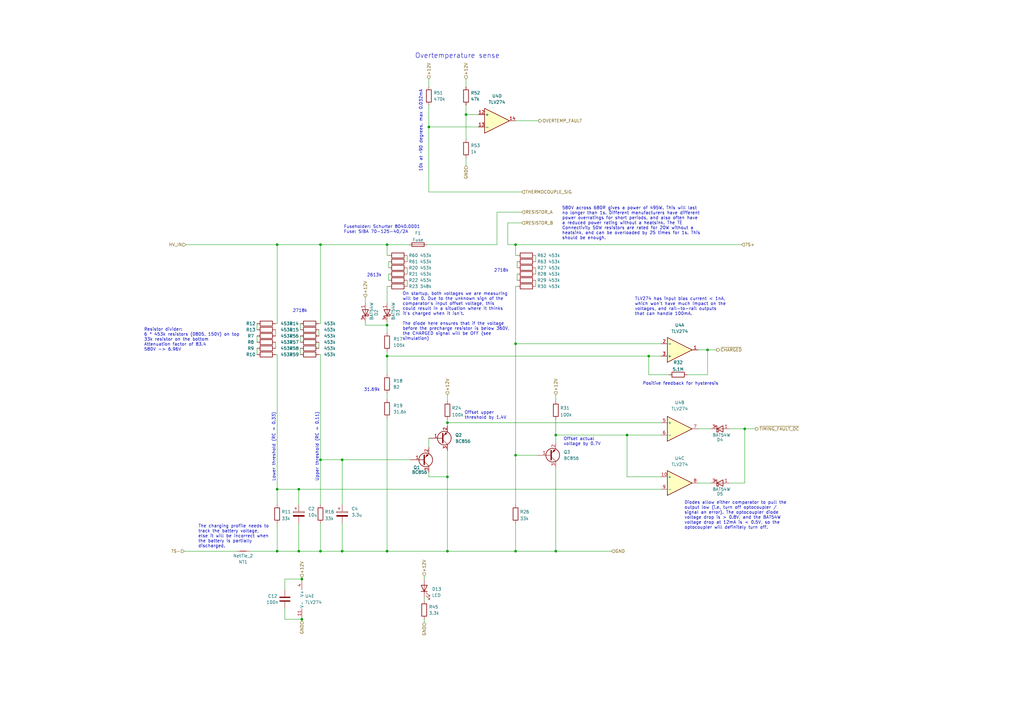
<source format=kicad_sch>
(kicad_sch (version 20211123) (generator eeschema)
  (paper "A3")
  (title_block (title "Precharge HV Side"))
  (lib_symbols
    (symbol "Amplifier_Operational:TLC274" (pin_names (offset 0.127))
      (property "Reference" "U" (at 0 5.08 0))
      (property "Value" "TLC274" (at 0 -5.08 0))
      (symbol "TLC274_1_1"
        (polyline (pts (xy -5.08 5.08) (xy 5.08 0) (xy -5.08 -5.08) (xy -5.08 5.08)) (stroke (width 0.254)) (fill (type background)))
        (pin output line (at 7.62 0 180) (length 2.54) (name "~") (number "1"))
        (pin input line (at -7.62 -2.54 0) (length 2.54) (name "-") (number "2"))
        (pin input line (at -7.62 2.54 0) (length 2.54) (name "+") (number "3"))
      )
      (symbol "TLC274_2_1"
        (polyline (pts (xy -5.08 5.08) (xy 5.08 0) (xy -5.08 -5.08) (xy -5.08 5.08)) (stroke (width 0.254)) (fill (type background)))
        (pin input line (at -7.62 2.54 0) (length 2.54) (name "+") (number "5"))
        (pin input line (at -7.62 -2.54 0) (length 2.54) (name "-") (number "6"))
        (pin output line (at 7.62 0 180) (length 2.54) (name "~") (number "7"))
      )
      (symbol "TLC274_3_1"
        (polyline (pts (xy -5.08 5.08) (xy 5.08 0) (xy -5.08 -5.08) (xy -5.08 5.08)) (stroke (width 0.254)) (fill (type background)))
        (pin input line (at -7.62 2.54 0) (length 2.54) (name "+") (number "10"))
        (pin output line (at 7.62 0 180) (length 2.54) (name "~") (number "8"))
        (pin input line (at -7.62 -2.54 0) (length 2.54) (name "-") (number "9"))
      )
      (symbol "TLC274_4_1"
        (polyline (pts (xy -5.08 5.08) (xy 5.08 0) (xy -5.08 -5.08) (xy -5.08 5.08)) (stroke (width 0.254)) (fill (type background)))
        (pin input line (at -7.62 2.54 0) (length 2.54) (name "+") (number "12"))
        (pin input line (at -7.62 -2.54 0) (length 2.54) (name "-") (number "13"))
        (pin output line (at 7.62 0 180) (length 2.54) (name "~") (number "14"))
      )
      (symbol "TLC274_5_1"
        (pin power_in line (at -2.54 -7.62 90) (length 3.81) (name "V-") (number "11"))
        (pin power_in line (at -2.54 7.62 270) (length 3.81) (name "V+") (number "4"))
      )
    )
    (symbol "Device:C" (pin_numbers hide) (pin_names (offset 0.254))
      (property "Reference" "C" (at 0.635 2.54 0))
      (property "Value" "C" (at 0.635 -2.54 0))
      (symbol "C_0_1"
        (polyline (pts (xy -2.032 -0.762) (xy 2.032 -0.762)) (stroke (width 0.508)))
        (polyline (pts (xy -2.032 0.762) (xy 2.032 0.762)) (stroke (width 0.508)))
      )
      (symbol "C_1_1"
        (pin passive line (at 0 3.81 270) (length 2.794) (name "~") (number "1"))
        (pin passive line (at 0 -3.81 90) (length 2.794) (name "~") (number "2"))
      )
    )
    (symbol "Device:C_Polarized" (pin_numbers hide) (pin_names (offset 0.254))
      (property "Reference" "C" (at 0.635 2.54 0))
      (property "Value" "C_Polarized" (at 0.635 -2.54 0))
      (symbol "C_Polarized_0_1"
        (rectangle (start -2.286 0.508) (end 2.286 1.016))
        (polyline (pts (xy -1.778 2.286) (xy -0.762 2.286)))
        (polyline (pts (xy -1.27 2.794) (xy -1.27 1.778)))
        (rectangle (start 2.286 -0.508) (end -2.286 -1.016) (fill (type outline)))
      )
      (symbol "C_Polarized_1_1"
        (pin passive line (at 0 3.81 270) (length 2.794) (name "~") (number "1"))
        (pin passive line (at 0 -3.81 90) (length 2.794) (name "~") (number "2"))
      )
    )
    (symbol "Device:Fuse" (pin_numbers hide) (pin_names (offset 0))
      (property "Reference" "F" (at 2.032 0 90))
      (property "Value" "Fuse" (at -1.905 0 90))
      (symbol "Fuse_0_1"
        (rectangle (start -0.762 -2.54) (end 0.762 2.54) (stroke (width 0.254)))
        (polyline (pts (xy 0 2.54) (xy 0 -2.54)))
      )
      (symbol "Fuse_1_1"
        (pin passive line (at 0 3.81 270) (length 1.27) (name "~") (number "1"))
        (pin passive line (at 0 -3.81 90) (length 1.27) (name "~") (number "2"))
      )
    )
    (symbol "Device:LED" (pin_numbers hide) (pin_names (offset 1.016) hide)
      (property "Reference" "D" (at 0 2.54 0))
      (property "Value" "LED" (at 0 -2.54 0))
      (symbol "LED_0_1"
        (polyline (pts (xy -1.27 -1.27) (xy -1.27 1.27)) (stroke (width 0.254)))
        (polyline (pts (xy -1.27 0) (xy 1.27 0)))
        (polyline (pts (xy 1.27 -1.27) (xy 1.27 1.27) (xy -1.27 0) (xy 1.27 -1.27)) (stroke (width 0.254)))
        (polyline (pts (xy -3.048 -0.762) (xy -4.572 -2.286) (xy -3.81 -2.286) (xy -4.572 -2.286) (xy -4.572 -1.524)))
        (polyline (pts (xy -1.778 -0.762) (xy -3.302 -2.286) (xy -2.54 -2.286) (xy -3.302 -2.286) (xy -3.302 -1.524)))
      )
      (symbol "LED_1_1"
        (pin passive line (at -3.81 0 0) (length 2.54) (name "K") (number "1"))
        (pin passive line (at 3.81 0 180) (length 2.54) (name "A") (number "2"))
      )
    )
    (symbol "Device:NetTie_2" (pin_numbers hide) (pin_names (offset 0) hide)
      (property "Reference" "NT" (at 0 1.27 0))
      (property "Value" "NetTie_2" (at 0 -1.27 0))
      (symbol "NetTie_2_0_1"
        (polyline (pts (xy -1.27 0) (xy 1.27 0)) (stroke (width 0.254)))
      )
      (symbol "NetTie_2_1_1"
        (pin passive line (at -2.54 0 0) (length 2.54) (name "1") (number "1"))
        (pin passive line (at 2.54 0 180) (length 2.54) (name "2") (number "2"))
      )
    )
    (symbol "Device:R" (pin_numbers hide) (pin_names (offset 0))
      (property "Reference" "R" (at 2.032 0 90))
      (property "Value" "R" (at 0 0 90))
      (symbol "R_0_1"
        (rectangle (start -1.016 -2.54) (end 1.016 2.54) (stroke (width 0.254)))
      )
      (symbol "R_1_1"
        (pin passive line (at 0 3.81 270) (length 1.27) (name "~") (number "1"))
        (pin passive line (at 0 -3.81 90) (length 1.27) (name "~") (number "2"))
      )
    )
    (symbol "Diode:BAT54W" (pin_names (offset 1.016) hide)
      (property "Reference" "D" (at 0 2.54 0))
      (property "Value" "BAT54W" (at 0 -2.54 0))
      (symbol "BAT54W_0_1"
        (polyline (pts (xy 1.27 0) (xy -1.27 0)))
        (polyline (pts (xy 1.27 1.27) (xy 1.27 -1.27) (xy -1.27 0) (xy 1.27 1.27)) (stroke (width 0.254)))
        (polyline (pts (xy -1.905 0.635) (xy -1.905 1.27) (xy -1.27 1.27) (xy -1.27 -1.27) (xy -0.635 -1.27) (xy -0.635 -0.635)) (stroke (width 0.254)))
      )
      (symbol "BAT54W_1_1"
        (pin passive line (at 3.81 0 180) (length 2.54) (name "A") (number "1"))
        (pin no_connect line (at 0 0 90) (length 2.54) hide (name "NC") (number "2"))
        (pin passive line (at -3.81 0 0) (length 2.54) (name "K") (number "3"))
      )
    )
    (symbol "Transistor_BJT:BC856" (pin_names (offset 0) hide)
      (property "Reference" "Q" (at 5.08 1.905 0))
      (property "Value" "BC856" (at 5.08 0 0))
      (symbol "BC856_0_1"
        (polyline (pts (xy 0.635 0.635) (xy 2.54 2.54)))
        (polyline (pts (xy 0.635 -0.635) (xy 2.54 -2.54) (xy 2.54 -2.54)))
        (polyline (pts (xy 0.635 1.905) (xy 0.635 -1.905) (xy 0.635 -1.905)) (stroke (width 0.508)))
        (polyline (pts (xy 2.286 -1.778) (xy 1.778 -2.286) (xy 1.27 -1.27) (xy 2.286 -1.778) (xy 2.286 -1.778)) (fill (type outline)))
        (circle (center 1.27 0) (radius 2.8194) (stroke (width 0.254)))
      )
      (symbol "BC856_1_1"
        (pin input line (at -5.08 0 0) (length 5.715) (name "B") (number "1"))
        (pin passive line (at 2.54 -5.08 90) (length 2.54) (name "E") (number "2"))
        (pin passive line (at 2.54 5.08 270) (length 2.54) (name "C") (number "3"))
      )
    )
  )
  (junction (at 266.065 146.05))
  (junction (at 158.75 100.33))
  (junction (at 131.445 188.595))
  (junction (at 131.445 100.33))
  (junction (at 175.895 52.07))
  (junction (at 113.665 200.66))
  (junction (at 211.455 226.06))
  (junction (at 183.515 226.06))
  (junction (at 140.335 188.595))
  (junction (at 140.335 226.06))
  (junction (at 158.75 226.06))
  (junction (at 123.825 237.49))
  (junction (at 122.555 200.66))
  (junction (at 158.75 146.05))
  (junction (at 122.555 226.06))
  (junction (at 211.455 100.33))
  (junction (at 183.515 173.355))
  (junction (at 183.515 195.58))
  (junction (at 290.195 143.51))
  (junction (at 113.665 100.33))
  (junction (at 211.455 186.69))
  (junction (at 227.965 178.435))
  (junction (at 113.665 226.06))
  (junction (at 211.455 140.97))
  (junction (at 305.435 175.895))
  (junction (at 227.965 226.06))
  (junction (at 191.135 46.99))
  (junction (at 257.175 178.435))
  (junction (at 123.825 254))
  (junction (at 131.445 226.06))
  (junction (at 158.75 133.35))
  (wire (pts (xy 122.555 200.66) (xy 122.555 207.01)))
  (wire (pts (xy 305.435 175.895) (xy 305.435 198.12)))
  (wire (pts (xy 191.135 43.18) (xy 191.135 46.99)))
  (wire (pts (xy 113.665 145.415) (xy 113.665 200.66)))
  (wire (pts (xy 116.84 237.49) (xy 123.825 237.49)))
  (wire (pts (xy 158.75 146.05) (xy 158.75 153.67)))
  (wire (pts (xy 123.19 142.875) (xy 123.19 145.415)))
  (wire (pts (xy 257.175 178.435) (xy 271.145 178.435)))
  (wire (pts (xy 123.825 236.855) (xy 123.825 237.49)))
  (wire (pts (xy 105.41 142.875) (xy 105.41 145.415)))
  (wire (pts (xy 227.965 226.06) (xy 250.825 226.06)))
  (wire (pts (xy 175.895 78.74) (xy 213.995 78.74)))
  (wire (pts (xy 116.84 249.555) (xy 116.84 254)))
  (wire (pts (xy 183.515 172.085) (xy 183.515 173.355)))
  (wire (pts (xy 149.86 133.35) (xy 158.75 133.35)))
  (wire (pts (xy 211.455 49.53) (xy 220.98 49.53)))
  (wire (pts (xy 173.99 236.22) (xy 173.99 237.49)))
  (wire (pts (xy 113.665 200.66) (xy 113.665 207.01)))
  (wire (pts (xy 149.86 121.92) (xy 149.86 124.46)))
  (wire (pts (xy 116.84 241.935) (xy 116.84 237.49)))
  (wire (pts (xy 140.335 188.595) (xy 168.275 188.595)))
  (wire (pts (xy 158.75 146.05) (xy 266.065 146.05)))
  (wire (pts (xy 211.455 186.69) (xy 220.345 186.69)))
  (wire (pts (xy 274.32 153.67) (xy 266.065 153.67)))
  (wire (pts (xy 191.135 64.77) (xy 191.135 67.945)))
  (wire (pts (xy 211.455 104.775) (xy 212.09 104.775)))
  (wire (pts (xy 183.515 195.58) (xy 183.515 226.06)))
  (wire (pts (xy 158.75 133.35) (xy 158.75 136.525)))
  (wire (pts (xy 211.455 226.06) (xy 227.965 226.06)))
  (wire (pts (xy 227.965 172.085) (xy 227.965 178.435)))
  (wire (pts (xy 158.75 144.145) (xy 158.75 146.05)))
  (wire (pts (xy 173.99 245.11) (xy 173.99 246.38)))
  (wire (pts (xy 219.71 109.855) (xy 219.71 112.395)))
  (wire (pts (xy 105.41 137.795) (xy 105.41 140.335)))
  (wire (pts (xy 123.825 253.365) (xy 123.825 254)))
  (wire (pts (xy 175.26 100.33) (xy 203.835 100.33)))
  (wire (pts (xy 175.895 43.18) (xy 175.895 52.07)))
  (wire (pts (xy 211.455 117.475) (xy 212.09 117.475)))
  (wire (pts (xy 290.195 153.67) (xy 290.195 143.51)))
  (wire (pts (xy 122.555 226.06) (xy 131.445 226.06)))
  (wire (pts (xy 299.085 175.895) (xy 305.435 175.895)))
  (wire (pts (xy 158.75 104.775) (xy 159.385 104.775)))
  (wire (pts (xy 113.03 132.715) (xy 113.665 132.715)))
  (wire (pts (xy 159.385 112.395) (xy 159.385 114.935)))
  (wire (pts (xy 175.895 52.07) (xy 175.895 78.74)))
  (wire (pts (xy 309.88 175.895) (xy 305.435 175.895)))
  (wire (pts (xy 131.445 226.06) (xy 140.335 226.06)))
  (wire (pts (xy 131.445 100.33) (xy 158.75 100.33)))
  (wire (pts (xy 131.445 145.415) (xy 131.445 188.595)))
  (wire (pts (xy 113.665 200.66) (xy 122.555 200.66)))
  (wire (pts (xy 173.99 254) (xy 173.99 255.27)))
  (wire (pts (xy 271.145 195.58) (xy 257.175 195.58)))
  (wire (pts (xy 219.71 104.775) (xy 219.71 107.315)))
  (wire (pts (xy 158.75 161.29) (xy 158.75 163.83)))
  (wire (pts (xy 167.005 104.775) (xy 167.005 107.315)))
  (wire (pts (xy 158.75 132.08) (xy 158.75 133.35)))
  (wire (pts (xy 131.445 188.595) (xy 131.445 207.01)))
  (wire (pts (xy 286.385 143.51) (xy 290.195 143.51)))
  (wire (pts (xy 211.455 100.33) (xy 304.165 100.33)))
  (wire (pts (xy 211.455 100.33) (xy 211.455 104.775)))
  (wire (pts (xy 130.81 135.255) (xy 130.81 137.795)))
  (wire (pts (xy 113.665 100.33) (xy 113.665 132.715)))
  (wire (pts (xy 158.75 117.475) (xy 159.385 117.475)))
  (wire (pts (xy 75.565 226.06) (xy 97.155 226.06)))
  (wire (pts (xy 123.19 137.795) (xy 123.19 140.335)))
  (wire (pts (xy 131.445 145.415) (xy 130.81 145.415)))
  (wire (pts (xy 167.005 109.855) (xy 167.005 112.395)))
  (wire (pts (xy 113.665 226.06) (xy 122.555 226.06)))
  (wire (pts (xy 183.515 195.58) (xy 175.895 195.58)))
  (wire (pts (xy 167.005 114.935) (xy 167.005 117.475)))
  (wire (pts (xy 140.335 214.63) (xy 140.335 226.06)))
  (wire (pts (xy 191.135 46.99) (xy 191.135 57.15)))
  (wire (pts (xy 281.94 153.67) (xy 290.195 153.67)))
  (wire (pts (xy 227.965 191.77) (xy 227.965 226.06)))
  (wire (pts (xy 257.175 178.435) (xy 257.175 195.58)))
  (wire (pts (xy 227.965 178.435) (xy 257.175 178.435)))
  (wire (pts (xy 175.895 193.675) (xy 175.895 195.58)))
  (wire (pts (xy 158.75 100.33) (xy 167.64 100.33)))
  (wire (pts (xy 227.965 178.435) (xy 227.965 181.61)))
  (wire (pts (xy 191.135 32.385) (xy 191.135 35.56)))
  (wire (pts (xy 183.515 173.355) (xy 271.145 173.355)))
  (wire (pts (xy 140.335 226.06) (xy 158.75 226.06)))
  (wire (pts (xy 131.445 188.595) (xy 140.335 188.595)))
  (wire (pts (xy 113.03 140.335) (xy 113.03 142.875)))
  (wire (pts (xy 213.995 86.995) (xy 203.835 86.995)))
  (wire (pts (xy 158.75 100.33) (xy 158.75 104.775)))
  (wire (pts (xy 113.665 214.63) (xy 113.665 226.06)))
  (wire (pts (xy 299.085 198.12) (xy 305.435 198.12)))
  (wire (pts (xy 211.455 117.475) (xy 211.455 140.97)))
  (wire (pts (xy 183.515 161.925) (xy 183.515 164.465)))
  (wire (pts (xy 113.03 135.255) (xy 113.03 137.795)))
  (wire (pts (xy 203.835 86.995) (xy 203.835 100.33)))
  (wire (pts (xy 208.28 91.44) (xy 208.28 100.33)))
  (wire (pts (xy 113.665 145.415) (xy 113.03 145.415)))
  (wire (pts (xy 131.445 100.33) (xy 131.445 132.715)))
  (wire (pts (xy 122.555 200.66) (xy 271.145 200.66)))
  (wire (pts (xy 130.81 132.715) (xy 131.445 132.715)))
  (wire (pts (xy 286.385 198.12) (xy 291.465 198.12)))
  (wire (pts (xy 211.455 214.63) (xy 211.455 226.06)))
  (wire (pts (xy 76.2 100.33) (xy 113.665 100.33)))
  (wire (pts (xy 175.895 179.705) (xy 175.895 183.515)))
  (wire (pts (xy 105.41 132.715) (xy 105.41 135.255)))
  (wire (pts (xy 212.09 112.395) (xy 212.09 114.935)))
  (wire (pts (xy 266.065 146.05) (xy 271.145 146.05)))
  (wire (pts (xy 183.515 173.355) (xy 183.515 174.625)))
  (wire (pts (xy 196.215 52.07) (xy 175.895 52.07)))
  (wire (pts (xy 159.385 107.315) (xy 159.385 109.855)))
  (wire (pts (xy 140.335 188.595) (xy 140.335 207.01)))
  (wire (pts (xy 211.455 186.69) (xy 211.455 207.01)))
  (wire (pts (xy 149.86 132.08) (xy 149.86 133.35)))
  (wire (pts (xy 219.71 114.935) (xy 219.71 117.475)))
  (wire (pts (xy 113.665 100.33) (xy 131.445 100.33)))
  (wire (pts (xy 286.385 175.895) (xy 291.465 175.895)))
  (wire (pts (xy 123.825 237.49) (xy 123.825 238.125)))
  (wire (pts (xy 183.515 226.06) (xy 158.75 226.06)))
  (wire (pts (xy 266.065 153.67) (xy 266.065 146.05)))
  (wire (pts (xy 290.195 143.51) (xy 294.005 143.51)))
  (wire (pts (xy 211.455 140.97) (xy 271.145 140.97)))
  (wire (pts (xy 191.135 46.99) (xy 196.215 46.99)))
  (wire (pts (xy 130.81 140.335) (xy 130.81 142.875)))
  (wire (pts (xy 213.995 91.44) (xy 208.28 91.44)))
  (wire (pts (xy 211.455 140.97) (xy 211.455 186.69)))
  (wire (pts (xy 123.825 254) (xy 123.825 254.635)))
  (wire (pts (xy 122.555 214.63) (xy 122.555 226.06)))
  (wire (pts (xy 116.84 254) (xy 123.825 254)))
  (wire (pts (xy 102.235 226.06) (xy 113.665 226.06)))
  (wire (pts (xy 158.75 171.45) (xy 158.75 226.06)))
  (wire (pts (xy 131.445 214.63) (xy 131.445 226.06)))
  (wire (pts (xy 158.75 124.46) (xy 158.75 117.475)))
  (wire (pts (xy 212.09 107.315) (xy 212.09 109.855)))
  (wire (pts (xy 227.965 161.925) (xy 227.965 164.465)))
  (wire (pts (xy 208.28 100.33) (xy 211.455 100.33)))
  (wire (pts (xy 123.19 132.715) (xy 123.19 135.255)))
  (wire (pts (xy 175.895 32.385) (xy 175.895 35.56)))
  (wire (pts (xy 211.455 226.06) (xy 183.515 226.06)))
  (wire (pts (xy 183.515 184.785) (xy 183.515 195.58)))
  (text "Resistor divider:\n6 * 453k resistors (0805, 150V) on top\n33k resistor on the bottom\nAttenuation factor of 83.4\n580V -> 6.96V" (at 59.055 144.145 0) (effects (font (size 1.27 1.27)) (justify left bottom)))
  (text "On startup, both voltages we are measuring\nwill be 0. Due to the unknown sign of the\ncomparator's input offset voltage, this\ncould result in a situation where it thinks\nit's charged when it isn't.\n\nThe diode here ensures that if the voltage\nbefore the precharge resistor is below 360V,\nthe CHARGED signal will be OFF (see\nsimulation)" (at 165.1 139.7 0) (effects (font (size 1.27 1.27)) (justify left bottom)))
  (text "Diodes allow either comparator to pull the\noutput low (i.e. turn off optocoupler / \nsignal an error). The optocoupler diode\nvoltage drop is > 0.8V, and the BAT54W\nvoltage drop at 12mA is < 0.5V, so the\noptocoupler will definitely turn off." (at 280.67 217.17 0) (effects (font (size 1.27 1.27)) (justify left bottom)))
  (text "Overtemperature sense" (at 170.18 24.13 0) (effects (font (size 2 2)) (justify left bottom)))
  (text "TLV274 has input bias current < 1nA,\nwhich won't have much impact on the\nvoltages, and rail-to-rail outputs\nthat can handle 100mA." (at 260.35 129.54 0) (effects (font (size 1.27 1.27)) (justify left bottom)))
  (text "31.69k" (at 149.225 160.655 0) (effects (font (size 1.27 1.27)) (justify left bottom)))
  (text "Offset actual\nvoltage by 0.7V" (at 231.14 182.88 0) (effects (font (size 1.27 1.27)) (justify left bottom)))
  (text "2718k" (at 202.565 111.76 0) (effects (font (size 1.27 1.27)) (justify left bottom)))
  (text "Fuseholder: Schurter 8040.0001\nFuse: SIBA 70-125-40/2A" (at 140.97 95.885 0) (effects (font (size 1.27 1.27)) (justify left bottom)))
  (text "Upper threshold (RC = 0.11)" (at 130.81 197.485 90) (effects (font (size 1.27 1.27)) (justify left bottom)))
  (text "2718k" (at 120.015 128.27 0) (effects (font (size 1.27 1.27)) (justify left bottom)))
  (text "Lower threshold (RC = 0.33)" (at 113.03 197.485 90) (effects (font (size 1.27 1.27)) (justify left bottom)))
  (text "Offset upper \nthreshold by 1.4V" (at 190.5 172.085 0) (effects (font (size 1.27 1.27)) (justify left bottom)))
  (text "The charging profile needs to\ntrack the battery voltage,\nelse it will be incorrect when\nthe battery is partially\ndischarged." (at 81.28 224.79 0) (effects (font (size 1.27 1.27)) (justify left bottom)))
  (text "580V across 680R gives a power of 495W. This will last\nno longer than 1s. Different manufacturers have different\npower overratings for short periods, and also often have\na reduced power rating without a heatsink. The TE\nConnectivity 50W resistors are rated for 20W without a\nheatsink, and can be overloaded by 25 times for 1s. This\nshould be enough." (at 230.505 98.425 0) (effects (font (size 1.27 1.27)) (justify left bottom)))
  (text "2613k" (at 150.495 113.665 0) (effects (font (size 1.27 1.27)) (justify left bottom)))
  (text "10k at ~90 degrees, max 0.032mA" (at 173.355 70.485 90) (effects (font (size 1.27 1.27)) (justify left bottom)))
  (text "Positive feedback for hysteresis" (at 263.525 158.115 0) (effects (font (size 1.27 1.27)) (justify left bottom)))
  (hierarchical_label "~{CHARGED}" (shape output) (at 294.005 143.51 0))
  (hierarchical_label "HV_IN" (shape input) (at 76.2 100.33 180))
  (hierarchical_label "GND" (shape input) (at 123.825 254.635 270))
  (hierarchical_label "RESISTOR_B" (shape input) (at 213.995 91.44 0))
  (hierarchical_label "THERMOCOUPLE_SIG" (shape input) (at 213.995 78.74 0))
  (hierarchical_label "+12V" (shape input) (at 173.99 236.22 90))
  (hierarchical_label "+12V" (shape input) (at 183.515 161.925 90))
  (hierarchical_label "+12V" (shape input) (at 191.135 32.385 90))
  (hierarchical_label "GND" (shape input) (at 173.99 255.27 270))
  (hierarchical_label "TS+" (shape input) (at 304.165 100.33 0))
  (hierarchical_label "~{TIMING_FAULT_OC}" (shape output) (at 309.88 175.895 0))
  (hierarchical_label "+12V" (shape input) (at 175.895 32.385 90))
  (hierarchical_label "+12V" (shape input) (at 149.86 121.92 90))
  (hierarchical_label "RESISTOR_A" (shape input) (at 213.995 86.995 0))
  (hierarchical_label "GND" (shape input) (at 191.135 67.945 270))
  (hierarchical_label "TS-" (shape input) (at 75.565 226.06 180))
  (hierarchical_label "OVERTEMP_FAULT" (shape output) (at 220.98 49.53 0))
  (hierarchical_label "GND" (shape input) (at 250.825 226.06 0))
  (hierarchical_label "+12V" (shape input) (at 227.965 161.925 90))
  (hierarchical_label "+12V" (shape input) (at 123.825 236.855 90))
  (symbol (lib_id "Device:C") (at 116.84 245.745 0) (unit 1)
    (property "Reference" "C12" (at 109.855 244.475 0) (effects (justify left)))
    (property "Value" "100n" (at 109.22 247.015 0) (effects (justify left)))
    (property "Footprint" "Capacitor_SMD:C_0603_1608Metric" (effects hide))
  )
  (symbol (lib_id "Device:R") (at 215.9 107.315 90) (unit 1)
    (property "Reference" "R63" (at 222.25 107.315 90))
    (property "Value" "453k" (at 227.33 107.315 90))
    (property "Footprint" "Resistor_SMD:R_0805_2012Metric" (effects hide))
  )
  (symbol (lib_id "Device:R") (at 158.75 140.335 0) (unit 1)
    (property "Reference" "R17" (at 161.29 139.0649 0) (effects (justify left)))
    (property "Value" "105k" (at 161.29 141.6049 0) (effects (justify left)))
    (property "Footprint" "Resistor_SMD:R_0805_2012Metric" (effects hide))
  )
  (symbol (lib_id "Device:R") (at 191.135 60.96 0) (unit 1)
    (property "Reference" "R53" (at 193.04 59.6899 0) (effects (justify left)))
    (property "Value" "1k" (at 193.04 62.2299 0) (effects (justify left)))
    (property "Footprint" "Resistor_SMD:R_0603_1608Metric" (effects hide))
  )
  (symbol (lib_id "Device:R") (at 175.895 39.37 0) (unit 1)
    (property "Reference" "R51" (at 177.8 38.0999 0) (effects (justify left)))
    (property "Value" "470k" (at 177.8 40.6399 0) (effects (justify left)))
    (property "Footprint" "Resistor_SMD:R_0603_1608Metric" (effects hide))
  )
  (symbol (lib_id "Amplifier_Operational:TLC274") (at 278.765 175.895 0) (unit 2)
    (property "Reference" "U4" (at 278.765 165.1 0))
    (property "Value" "TLV274" (at 278.765 167.64 0))
    (property "Footprint" "Package_SO:SOIC-14_3.9x8.7mm_P1.27mm" (effects hide))
  )
  (symbol (lib_id "Device:R") (at 127 135.255 270) (mirror x) (unit 1)
    (property "Reference" "R15" (at 120.65 135.255 90))
    (property "Value" "453k" (at 135.255 135.255 90))
    (property "Footprint" "Resistor_SMD:R_0805_2012Metric" (effects hide))
  )
  (symbol (lib_id "Device:R") (at 215.9 114.935 90) (unit 1)
    (property "Reference" "R29" (at 222.25 114.935 90))
    (property "Value" "453k" (at 227.33 114.935 90))
    (property "Footprint" "Resistor_SMD:R_0805_2012Metric" (effects hide))
  )
  (symbol (lib_id "Device:R") (at 215.9 112.395 90) (unit 1)
    (property "Reference" "R28" (at 222.25 112.395 90))
    (property "Value" "453k" (at 227.33 112.395 90))
    (property "Footprint" "Resistor_SMD:R_0805_2012Metric" (effects hide))
  )
  (symbol (lib_id "Device:R") (at 158.75 167.64 0) (unit 1)
    (property "Reference" "R19" (at 161.29 166.3699 0) (effects (justify left)))
    (property "Value" "31.6k" (at 161.29 168.9099 0) (effects (justify left)))
    (property "Footprint" "Resistor_SMD:R_0603_1608Metric" (effects hide))
  )
  (symbol (lib_id "Device:R") (at 131.445 210.82 0) (unit 1)
    (property "Reference" "R16" (at 133.223 209.9115 0) (effects (justify left)))
    (property "Value" "33k" (at 133.223 212.6866 0) (effects (justify left)))
    (property "Footprint" "Resistor_SMD:R_0603_1608Metric" (effects hide))
  )
  (symbol (lib_id "Device:R") (at 278.13 153.67 90) (unit 1)
    (property "Reference" "R32" (at 278.13 148.6875 90))
    (property "Value" "5.1M" (at 278.13 151.4626 90))
    (property "Footprint" "Resistor_SMD:R_0603_1608Metric" (effects hide))
  )
  (symbol (lib_id "Amplifier_Operational:TLC274") (at 278.765 198.12 0) (unit 3)
    (property "Reference" "U4" (at 278.765 187.96 0))
    (property "Value" "TLV274" (at 278.765 190.5 0))
    (property "Footprint" "Package_SO:SOIC-14_3.9x8.7mm_P1.27mm" (effects hide))
  )
  (symbol (lib_id "Device:R") (at 163.195 114.935 90) (unit 1)
    (property "Reference" "R22" (at 169.545 114.935 90))
    (property "Value" "453k" (at 174.625 114.935 90))
    (property "Footprint" "Resistor_SMD:R_0805_2012Metric" (effects hide))
  )
  (symbol (lib_id "Transistor_BJT:BC856") (at 180.975 179.705 0) (mirror x) (unit 1)
    (property "Reference" "Q2" (at 186.69 178.4349 0) (effects (justify left)))
    (property "Value" "BC856" (at 186.69 180.9749 0) (effects (justify left)))
    (property "Footprint" "Package_TO_SOT_SMD:SOT-23" (effects hide))
    (property "Datasheet" "https://www.onsemi.com/pub/Collateral/BC860-D.pdf" (effects hide))
  )
  (symbol (lib_id "Device:R") (at 127 145.415 270) (mirror x) (unit 1)
    (property "Reference" "R59" (at 120.65 145.415 90))
    (property "Value" "453k" (at 135.255 145.415 90))
    (property "Footprint" "Resistor_SMD:R_0805_2012Metric" (effects hide))
  )
  (symbol (lib_id "Device:R") (at 215.9 117.475 90) (unit 1)
    (property "Reference" "R30" (at 222.25 117.475 90))
    (property "Value" "453k" (at 227.33 117.475 90))
    (property "Footprint" "Resistor_SMD:R_0805_2012Metric" (effects hide))
  )
  (symbol (lib_id "Device:R") (at 163.195 107.315 90) (unit 1)
    (property "Reference" "R61" (at 169.545 107.315 90))
    (property "Value" "453k" (at 174.625 107.315 90))
    (property "Footprint" "Resistor_SMD:R_0805_2012Metric" (effects hide))
  )
  (symbol (lib_id "Diode:BAT54W") (at 295.275 198.12 0) (unit 1)
    (property "Reference" "D5" (at 295.275 202.565 0))
    (property "Value" "BAT54W" (at 295.91 200.66 0))
    (property "Footprint" "Package_TO_SOT_SMD:SOT-323_SC-70" (effects hide))
    (property "Datasheet" "https://assets.nexperia.com/documents/data-sheet/BAT54W_SER.pdf" (effects hide))
  )
  (symbol (lib_id "Device:R") (at 109.22 135.255 270) (mirror x) (unit 1)
    (property "Reference" "R13" (at 102.87 135.255 90))
    (property "Value" "453k" (at 117.475 135.255 90))
    (property "Footprint" "Resistor_SMD:R_0805_2012Metric" (effects hide))
  )
  (symbol (lib_id "Device:R") (at 158.75 157.48 0) (unit 1)
    (property "Reference" "R18" (at 161.29 156.2099 0) (effects (justify left)))
    (property "Value" "82" (at 161.29 158.7499 0) (effects (justify left)))
    (property "Footprint" "Resistor_SMD:R_0603_1608Metric" (effects hide))
  )
  (symbol (lib_id "Device:R") (at 215.9 104.775 90) (unit 1)
    (property "Reference" "R62" (at 222.25 104.775 90))
    (property "Value" "453k" (at 227.33 104.775 90))
    (property "Footprint" "Resistor_SMD:R_0805_2012Metric" (effects hide))
  )
  (symbol (lib_id "Device:R") (at 227.965 168.275 0) (unit 1)
    (property "Reference" "R31" (at 229.743 167.3665 0) (effects (justify left)))
    (property "Value" "100k" (at 229.743 170.1416 0) (effects (justify left)))
    (property "Footprint" "Resistor_SMD:R_0603_1608Metric" (effects hide))
  )
  (symbol (lib_id "Transistor_BJT:BC856") (at 173.355 188.595 0) (mirror x) (unit 1)
    (property "Reference" "Q1" (at 169.545 191.77 0) (effects (justify left)))
    (property "Value" "BC856" (at 168.91 193.675 0) (effects (justify left)))
    (property "Footprint" "Package_TO_SOT_SMD:SOT-23" (effects hide))
    (property "Datasheet" "https://www.onsemi.com/pub/Collateral/BC860-D.pdf" (effects hide))
  )
  (symbol (lib_id "Transistor_BJT:BC856") (at 225.425 186.69 0) (mirror x) (unit 1)
    (property "Reference" "Q3" (at 231.14 185.4199 0) (effects (justify left)))
    (property "Value" "BC856" (at 231.14 187.9599 0) (effects (justify left)))
    (property "Footprint" "Package_TO_SOT_SMD:SOT-23" (effects hide))
    (property "Datasheet" "https://www.onsemi.com/pub/Collateral/BC860-D.pdf" (effects hide))
  )
  (symbol (lib_id "Device:NetTie_2") (at 99.695 226.06 180) (unit 1)
    (property "Reference" "NT1" (at 99.695 230.505 0))
    (property "Value" "NetTie_2" (at 99.695 227.965 0))
    (property "Footprint" "NetTie:NetTie-2_SMD_Pad0.5mm" (effects hide))
  )
  (symbol (lib_id "Device:R") (at 127 132.715 270) (mirror x) (unit 1)
    (property "Reference" "R14" (at 120.65 132.715 90))
    (property "Value" "453k" (at 135.255 132.715 90))
    (property "Footprint" "Resistor_SMD:R_0805_2012Metric" (effects hide))
  )
  (symbol (lib_id "Device:R") (at 163.195 109.855 90) (unit 1)
    (property "Reference" "R20" (at 169.545 109.855 90))
    (property "Value" "453k" (at 174.625 109.855 90))
    (property "Footprint" "Resistor_SMD:R_0805_2012Metric" (effects hide))
  )
  (symbol (lib_id "Device:R") (at 109.22 140.335 270) (mirror x) (unit 1)
    (property "Reference" "R8" (at 102.87 140.335 90))
    (property "Value" "453k" (at 117.475 140.335 90))
    (property "Footprint" "Resistor_SMD:R_0805_2012Metric" (effects hide))
  )
  (symbol (lib_id "Device:Fuse") (at 171.45 100.33 90) (unit 1)
    (property "Reference" "F1" (at 171.45 95.6015 90))
    (property "Value" "Fuse" (at 171.45 98.3766 90))
    (property "Footprint" "SUFST:fuseholder" (effects hide))
  )
  (symbol (lib_id "Device:R") (at 163.195 112.395 90) (unit 1)
    (property "Reference" "R21" (at 169.545 112.395 90))
    (property "Value" "453k" (at 174.625 112.395 90))
    (property "Footprint" "Resistor_SMD:R_0805_2012Metric" (effects hide))
  )
  (symbol (lib_id "Device:R") (at 173.99 250.19 0) (unit 1)
    (property "Reference" "R45" (at 175.895 248.9199 0) (effects (justify left)))
    (property "Value" "3.3k" (at 175.895 251.4599 0) (effects (justify left)))
    (property "Footprint" "Resistor_SMD:R_0603_1608Metric" (effects hide))
  )
  (symbol (lib_id "Device:R") (at 113.665 210.82 0) (unit 1)
    (property "Reference" "R11" (at 115.443 209.9115 0) (effects (justify left)))
    (property "Value" "33k" (at 115.443 212.6866 0) (effects (justify left)))
    (property "Footprint" "Resistor_SMD:R_0603_1608Metric" (effects hide))
  )
  (symbol (lib_id "Amplifier_Operational:TLC274") (at 126.365 245.745 0) (unit 5)
    (property "Reference" "U4" (at 125.095 244.4749 0) (effects (justify left)))
    (property "Value" "TLV274" (at 125.095 247.0149 0) (effects (justify left)))
    (property "Footprint" "Package_SO:SOIC-14_3.9x8.7mm_P1.27mm" (effects hide))
  )
  (symbol (lib_id "Device:R") (at 127 142.875 270) (mirror x) (unit 1)
    (property "Reference" "R58" (at 120.65 142.875 90))
    (property "Value" "453k" (at 135.255 142.875 90))
    (property "Footprint" "Resistor_SMD:R_0805_2012Metric" (effects hide))
  )
  (symbol (lib_id "Amplifier_Operational:TLC274") (at 203.835 49.53 0) (unit 4)
    (property "Reference" "U4" (at 203.835 39.37 0))
    (property "Value" "TLV274" (at 203.835 41.91 0))
    (property "Footprint" "Package_SO:SOIC-14_3.9x8.7mm_P1.27mm" (effects hide))
  )
  (symbol (lib_id "Diode:BAT54W") (at 149.86 128.27 90) (unit 1)
    (property "Reference" "D2" (at 154.305 128.27 0))
    (property "Value" "BAT54W" (at 152.4 127.635 0))
    (property "Footprint" "Package_TO_SOT_SMD:SOT-323_SC-70" (effects hide))
    (property "Datasheet" "https://assets.nexperia.com/documents/data-sheet/BAT54W_SER.pdf" (effects hide))
  )
  (symbol (lib_id "Device:R") (at 163.195 117.475 90) (unit 1)
    (property "Reference" "R23" (at 169.545 117.475 90))
    (property "Value" "348k" (at 174.625 117.475 90))
    (property "Footprint" "Resistor_SMD:R_0805_2012Metric" (effects hide))
  )
  (symbol (lib_id "Device:C_Polarized") (at 140.335 210.82 0) (unit 1)
    (property "Reference" "C4" (at 144.145 208.6609 0) (effects (justify left)))
    (property "Value" "3.3u" (at 144.145 211.2009 0) (effects (justify left)))
    (property "Footprint" "Capacitor_THT:CP_Radial_D5.0mm_P2.00mm" (effects hide))
  )
  (symbol (lib_id "Device:R") (at 215.9 109.855 90) (unit 1)
    (property "Reference" "R27" (at 222.25 109.855 90))
    (property "Value" "453k" (at 227.33 109.855 90))
    (property "Footprint" "Resistor_SMD:R_0805_2012Metric" (effects hide))
  )
  (symbol (lib_id "Device:R") (at 183.515 168.275 0) (unit 1)
    (property "Reference" "R24" (at 185.293 167.3665 0) (effects (justify left)))
    (property "Value" "100k" (at 185.293 170.1416 0) (effects (justify left)))
    (property "Footprint" "Resistor_SMD:R_0603_1608Metric" (effects hide))
  )
  (symbol (lib_id "Device:R") (at 109.22 137.795 270) (mirror x) (unit 1)
    (property "Reference" "R7" (at 102.87 137.795 90))
    (property "Value" "453k" (at 117.475 137.795 90))
    (property "Footprint" "Resistor_SMD:R_0805_2012Metric" (effects hide))
  )
  (symbol (lib_id "Device:R") (at 109.22 132.715 270) (mirror x) (unit 1)
    (property "Reference" "R12" (at 102.87 132.715 90))
    (property "Value" "453k" (at 117.475 132.715 90))
    (property "Footprint" "Resistor_SMD:R_0805_2012Metric" (effects hide))
  )
  (symbol (lib_id "Device:LED") (at 173.99 241.3 90) (unit 1)
    (property "Reference" "D13" (at 177.165 241.6174 90) (effects (justify right)))
    (property "Value" "LED" (at 177.165 244.1574 90) (effects (justify right)))
    (property "Footprint" "LED_SMD:LED_0603_1608Metric" (effects hide))
  )
  (symbol (lib_id "Device:R") (at 109.22 142.875 270) (mirror x) (unit 1)
    (property "Reference" "R9" (at 102.87 142.875 90))
    (property "Value" "453k" (at 117.475 142.875 90))
    (property "Footprint" "Resistor_SMD:R_0805_2012Metric" (effects hide))
  )
  (symbol (lib_id "Device:R") (at 109.22 145.415 270) (mirror x) (unit 1)
    (property "Reference" "R10" (at 102.87 145.415 90))
    (property "Value" "453k" (at 117.475 145.415 90))
    (property "Footprint" "Resistor_SMD:R_0805_2012Metric" (effects hide))
  )
  (symbol (lib_id "Device:C_Polarized") (at 122.555 210.82 0) (unit 1)
    (property "Reference" "C2" (at 126.365 208.6609 0) (effects (justify left)))
    (property "Value" "10u" (at 126.365 211.2009 0) (effects (justify left)))
    (property "Footprint" "Capacitor_THT:CP_Radial_D5.0mm_P2.00mm" (effects hide))
  )
  (symbol (lib_id "Device:R") (at 191.135 39.37 0) (unit 1)
    (property "Reference" "R52" (at 193.04 38.0999 0) (effects (justify left)))
    (property "Value" "47k" (at 193.04 40.6399 0) (effects (justify left)))
    (property "Footprint" "Resistor_SMD:R_0603_1608Metric" (effects hide))
  )
  (symbol (lib_id "Device:R") (at 163.195 104.775 90) (unit 1)
    (property "Reference" "R60" (at 169.545 104.775 90))
    (property "Value" "453k" (at 174.625 104.775 90))
    (property "Footprint" "Resistor_SMD:R_0805_2012Metric" (effects hide))
  )
  (symbol (lib_id "Diode:BAT54W") (at 158.75 128.27 90) (unit 1)
    (property "Reference" "D3" (at 163.195 128.27 0))
    (property "Value" "BAT54W" (at 161.29 127.635 0))
    (property "Footprint" "Package_TO_SOT_SMD:SOT-323_SC-70" (effects hide))
    (property "Datasheet" "https://assets.nexperia.com/documents/data-sheet/BAT54W_SER.pdf" (effects hide))
  )
  (symbol (lib_id "Device:R") (at 127 140.335 270) (mirror x) (unit 1)
    (property "Reference" "R57" (at 120.65 140.335 90))
    (property "Value" "453k" (at 135.255 140.335 90))
    (property "Footprint" "Resistor_SMD:R_0805_2012Metric" (effects hide))
  )
  (symbol (lib_id "Amplifier_Operational:TLC274") (at 278.765 143.51 0) (mirror x) (unit 1)
    (property "Reference" "U4" (at 278.765 133.35 0))
    (property "Value" "TLV274" (at 278.765 135.89 0))
    (property "Footprint" "Package_SO:SOIC-14_3.9x8.7mm_P1.27mm" (effects hide))
  )
  (symbol (lib_id "Device:R") (at 211.455 210.82 0) (unit 1)
    (property "Reference" "R26" (at 213.233 209.9115 0) (effects (justify left)))
    (property "Value" "33k" (at 213.233 212.6866 0) (effects (justify left)))
    (property "Footprint" "Resistor_SMD:R_0603_1608Metric" (effects hide))
  )
  (symbol (lib_id "Diode:BAT54W") (at 295.275 175.895 0) (unit 1)
    (property "Reference" "D4" (at 295.275 180.34 0))
    (property "Value" "BAT54W" (at 295.91 178.435 0))
    (property "Footprint" "Package_TO_SOT_SMD:SOT-323_SC-70" (effects hide))
    (property "Datasheet" "https://assets.nexperia.com/documents/data-sheet/BAT54W_SER.pdf" (effects hide))
  )
  (symbol (lib_id "Device:R") (at 127 137.795 270) (mirror x) (unit 1)
    (property "Reference" "R56" (at 120.65 137.795 90))
    (property "Value" "453k" (at 135.255 137.795 90))
    (property "Footprint" "Resistor_SMD:R_0805_2012Metric" (effects hide))
  )
)
</source>
